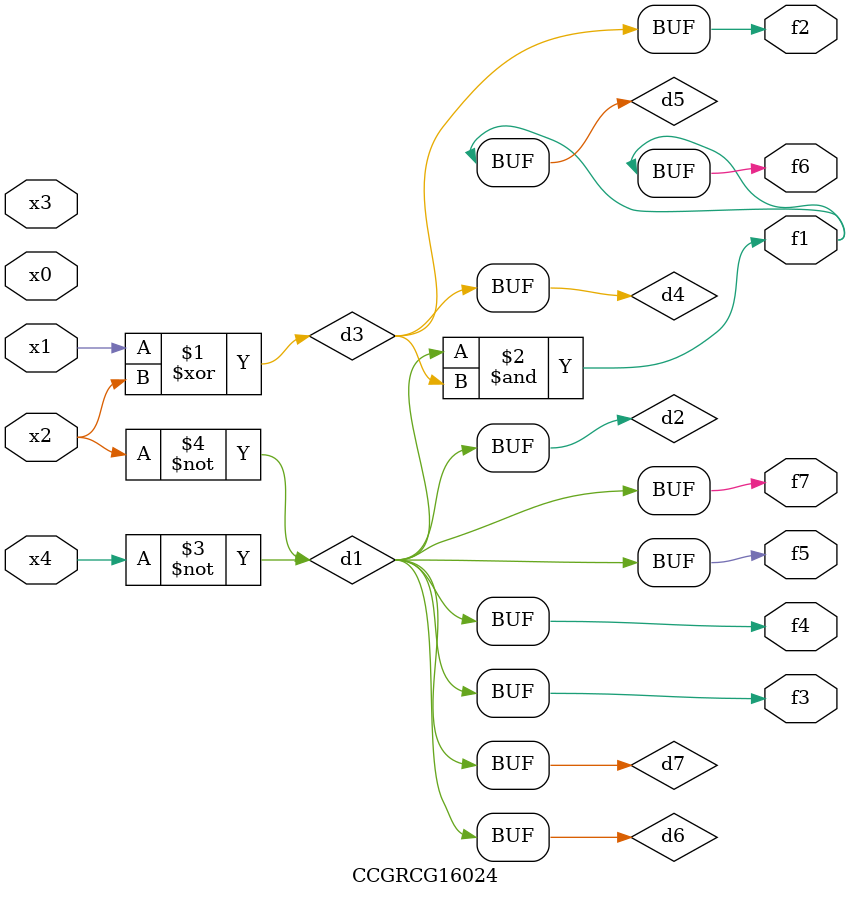
<source format=v>
module CCGRCG16024(
	input x0, x1, x2, x3, x4,
	output f1, f2, f3, f4, f5, f6, f7
);

	wire d1, d2, d3, d4, d5, d6, d7;

	not (d1, x4);
	not (d2, x2);
	xor (d3, x1, x2);
	buf (d4, d3);
	and (d5, d1, d3);
	buf (d6, d1, d2);
	buf (d7, d2);
	assign f1 = d5;
	assign f2 = d4;
	assign f3 = d7;
	assign f4 = d7;
	assign f5 = d7;
	assign f6 = d5;
	assign f7 = d7;
endmodule

</source>
